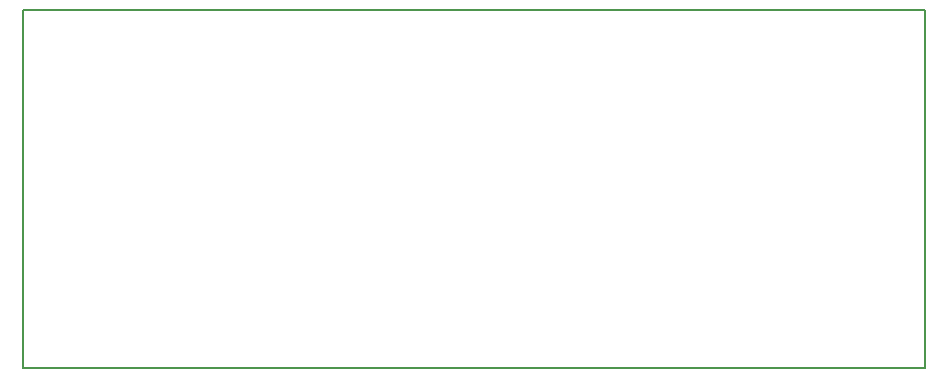
<source format=gko>
G04*
G04 #@! TF.GenerationSoftware,Altium Limited,Altium Designer,19.0.13 (425)*
G04*
G04 Layer_Color=16711935*
%FSLAX25Y25*%
%MOIN*%
G70*
G01*
G75*
%ADD14C,0.00591*%
D14*
X39370Y39370D02*
X339870D01*
Y158870D01*
X39370D02*
X339870D01*
X39370Y39370D02*
Y158870D01*
M02*

</source>
